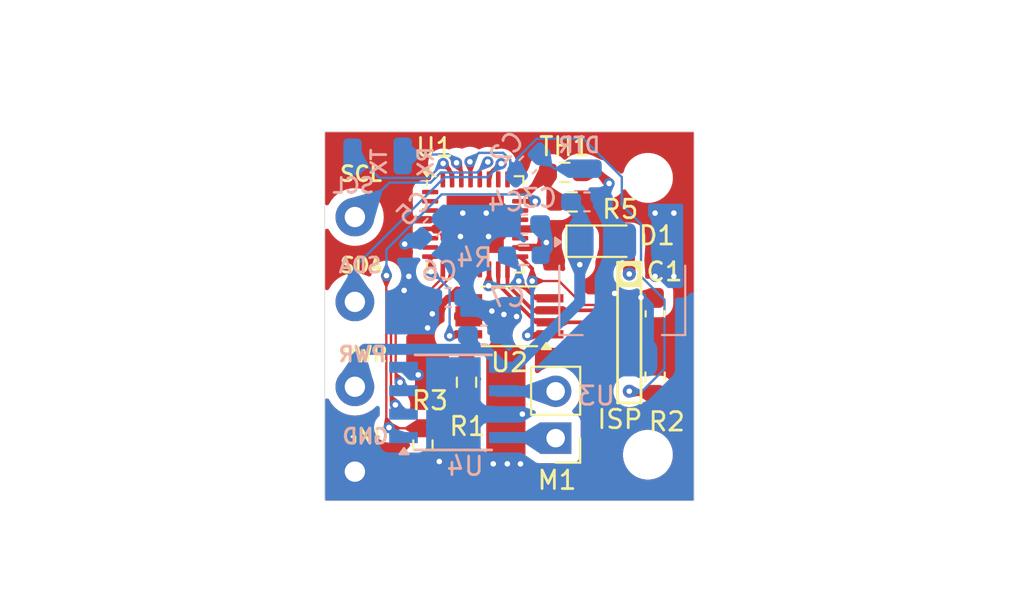
<source format=kicad_pcb>
(kicad_pcb (version 20240108) (generator "pcbnew") (generator_version "8.0")
  (title_block (rev "1"))
  (layers (0 "F.Cu" signal "Front") (31 "B.Cu" signal "Back") (34 "B.Paste" user) (35 "F.Paste" user) (36 "B.SilkS" user "B.Silkscreen") (37 "F.SilkS" user "F.Silkscreen") (38 "B.Mask" user) (39 "F.Mask" user) (44 "Edge.Cuts" user))
  (net 0 "")
  (net 1 "+48V")
  (net 2 "Net-(M1-+)")
  (net 3 "Net-(M1--)")
  (net 6 "/MOSI")
  (net 8 "/RESET")
  (net 9 "/I_{PROPI}")
  (net 10 "/MISO")
  (net 11 "+3.3V")
  (net 14 "/THERM")
  (net 15 "/IN1")
  (net 17 "/CS")
  (net 18 "/IN2")
  (net 19 "/~{ALERT}")
  (net 20 "GND")
  (net 21 "Net-(D1-A)")
  (net 22 "/SCL")
  (net 23 "/SDA")
  (net 26 "/RX")
  (net 27 "/TX")
  (net 28 "/SCK")
  (net 34 "Net-(J4-Pin_1)")
  (footprint "Resistor_SMD:R_0603_1608Metric_Pad0.98x0.95mm_HandSolder" (layer "F.Cu") (at 115.4 80.8 180)
    (property "Reference" "R5" (at -2.6 -0.4 180) (layer "F.SilkS"))
    (property "Value" "50k")
    (fp_line (start -0.254724 0.5225) (end 0.254724 0.5225) (stroke (width 0.12)) (layer "F.SilkS"))
    (fp_line (start -0.254724 -0.5225) (end 0.254724 -0.5225) (stroke (width 0.12)) (layer "F.SilkS"))
    (pad "1" smd roundrect (at -0.9125 0 180) (size 0.975 0.95) (layers "F.Cu" "F.Paste" "F.Mask") (net 11 "+3.3V"))
    (pad "2" smd roundrect (at 0.9125 0 180) (size 0.975 0.95) (layers "F.Cu" "F.Paste" "F.Mask") (net 14 "/THERM"))
  )
  (footprint "ISP:POGO_ISP" (layer "F.Cu") (at 118.491 87.884 90)
    (property "Reference" "J1" (hide yes))
    (property "Value" "ICSP" (hide yes))
    (fp_line (start 3.81 -0.635) (end 3.81 0.635) (stroke (width 0.15)) (layer "F.SilkS"))
    (fp_line (start -3.81 -0.635) (end 3.81 -0.635) (stroke (width 0.15)) (layer "F.SilkS"))
    (fp_line (start 3.683 -0.508) (end 3.683 0.508) (stroke (width 0.15)) (layer "F.SilkS"))
    (fp_line (start 2.667 -0.508) (end 2.667 0.508) (stroke (width 0.15)) (layer "F.SilkS"))
    (fp_line (start 2.54 -0.508) (end 3.683 -0.508) (stroke (width 0.15)) (layer "F.SilkS"))
    (fp_line (start 3.683 0.508) (end 2.54 0.508) (stroke (width 0.15)) (layer "F.SilkS"))
    (fp_line (start 2.54 0.508) (end 2.54 -0.508) (stroke (width 0.15)) (layer "F.SilkS"))
    (fp_line (start 3.81 0.635) (end -3.81 0.635) (stroke (width 0.15)) (layer "F.SilkS"))
    (fp_line (start -3.81 0.635) (end -3.81 -0.635) (stroke (width 0.15)) (layer "F.SilkS"))
    (fp_circle (center 3.175 0) (end 3.556 0.381) (stroke (width 0.15)) (fill none) (layer "F.SilkS"))
    (fp_text user "ISP" (at -4.699 -0.508 180) (layer "F.SilkS"))
    (pad "1" smd rect (at -0.635 0 90) (size 0.7 0.7) (layers "F.Cu" "F.Mask") (net 10 "/MISO"))
    (pad "2" thru_hole circle (at 3.175 0 90) (size 0.7048 0.7048) (drill 0.3) (layers "*.Cu" "*.Mask") (net 21 "Net-(D1-A)"))
    (pad "3" smd rect (at 0.635 0 90) (size 0.7 0.7) (layers "F.Cu" "F.Mask") (net 28 "/SCK"))
    (pad "4" smd rect (at -1.905 0 90) (size 0.7 0.7) (layers "F.Cu" "F.Mask") (net 6 "/MOSI"))
    (pad "5" thru_hole circle (at -3.175 0 90) (size 0.7048 0.7048) (drill 0.3) (layers "*.Cu" "*.Mask") (net 8 "/RESET"))
    (pad "6" smd rect (at 1.905 0 90) (size 0.7 0.7) (layers "F.Cu" "F.Mask") (net 20 "GND"))
  )
  (footprint "Resistor_SMD:R_0603_1608Metric_Pad0.98x0.95mm_HandSolder" (layer "F.Cu") (at 109.6772 90.5764 90)
    (property "Reference" "R1" (at -2.3876 0.0508 180) (layer "F.SilkS"))
    (property "Value" "10k")
    (fp_line (start -0.254724 -0.5225) (end 0.254724 -0.5225) (stroke (width 0.12)) (layer "F.SilkS"))
    (fp_line (start -0.254724 0.5225) (end 0.254724 0.5225) (stroke (width 0.12)) (layer "F.SilkS"))
    (pad "1" smd roundrect (at -0.9125 0 90) (size 0.975 0.95) (layers "F.Cu" "F.Paste" "F.Mask") (net 11 "+3.3V"))
    (pad "2" smd roundrect (at 0.9125 0 90) (size 0.975 0.95) (layers "F.Cu" "F.Paste" "F.Mask") (net 19 "/~{ALERT}"))
  )
  (footprint "MountingHole:MountingHole_2.2mm_M2" (layer "F.Cu") (at 119.5 79.5)
    (property "Reference" "H1" (hide yes))
    (property "Value" "MountingHole" (hide yes))
    (pad "" np_thru_hole circle (at 0 0) (size 2.2 2.2) (drill 2.2) (layers "*.Cu" "*.Mask"))
  )
  (footprint "Connector_PinHeader_2.54mm:PinHeader_1x02_P2.54mm_Vertical" (layer "F.Cu") (at 114.5032 93.604 180)
    (property "Reference" "M1" (at -0.0734 -2.2752 180) (layer "F.SilkS"))
    (property "Value" "Motor_DC" (hide yes))
    (fp_line (start 1.33 1.27) (end 1.33 3.87) (stroke (width 0.12)) (layer "F.SilkS"))
    (fp_line (start -1.33 3.87) (end 1.33 3.87) (stroke (width 0.12)) (layer "F.SilkS"))
    (fp_line (start -1.33 1.27) (end 1.33 1.27) (stroke (width 0.12)) (layer "F.SilkS"))
    (fp_line (start -1.33 1.27) (end -1.33 3.87) (stroke (width 0.12)) (layer "F.SilkS"))
    (fp_line (start -1.33 0) (end -1.33 -1.33) (stroke (width 0.12)) (layer "F.SilkS"))
    (fp_line (start -1.33 -1.33) (end 0 -1.33) (stroke (width 0.12)) (layer "F.SilkS"))
    (pad "1" thru_hole rect (at 0 0 180) (size 1.7 1.7) (drill 1) (layers "*.Cu" "*.Mask") (net 2 "Net-(M1-+)"))
    (pad "2" thru_hole oval (at 0 2.54 180) (size 1.7 1.7) (drill 1) (layers "*.Cu" "*.Mask") (net 3 "Net-(M1--)"))
  )
  (footprint "Diode_SMD:D_SOD-323_HandSoldering" (layer "F.Cu") (at 117.094 82.931)
    (property "Reference" "D1" (at 2.8956 -0.3048 0) (layer "F.SilkS"))
    (property "Value" "D")
    (fp_line (start -2.01 -0.85) (end -2.01 0.85) (stroke (width 0.12)) (layer "F.SilkS"))
    (fp_line (start -2.01 -0.85) (end 1.25 -0.85) (stroke (width 0.12)) (layer "F.SilkS"))
    (fp_line (start -2.01 0.85) (end 1.25 0.85) (stroke (width 0.12)) (layer "F.SilkS"))
    (pad "1" smd roundrect (at -1.25 0) (size 1 1) (layers "F.Cu" "F.Paste" "F.Mask") (net 1 "+48V"))
    (pad "2" smd roundrect (at 1.25 0) (size 1 1) (layers "F.Cu" "F.Paste" "F.Mask") (net 21 "Net-(D1-A)"))
  )
  (footprint "Package_SO:VSSOP-8_3.0x3.0mm_P0.65mm" (layer "F.Cu") (at 112 87 180)
    (property "Reference" "U2" (at 0 -2.5 180) (layer "F.SilkS"))
    (property "Value" "TMAG5170-Q1")
    (fp_line (start 1.5 1.62) (end -1.5 1.62) (stroke (width 0.12)) (layer "F.SilkS"))
    (fp_line (start 1.5 -1.62) (end -1.5 -1.62) (stroke (width 0.12)) (layer "F.SilkS"))
    (fp_poly (pts (xy -2 -1.45) (xy -2.24 -1.78) (xy -1.76 -1.78) (xy -2 -1.45)) (stroke (width 0.12)) (fill solid) (layer "F.SilkS"))
    (pad "1" smd rect (at -2.2 -0.975 90) (size 0.45 1.45) (layers "F.Cu" "F.Paste" "F.Mask") (net 28 "/SCK"))
    (pad "2" smd rect (at -2.2 -0.325 90) (size 0.45 1.45) (layers "F.Cu" "F.Paste" "F.Mask") (net 6 "/MOSI"))
    (pad "3" smd rect (at -2.2 0.325 90) (size 0.45 1.45) (layers "F.Cu" "F.Paste" "F.Mask") (net 10 "/MISO"))
    (pad "4" smd rect (at -2.2 0.975 90) (size 0.45 1.45) (layers "F.Cu" "F.Paste" "F.Mask") (net 17 "/CS"))
    (pad "5" smd rect (at 2.2 0.975 90) (size 0.45 1.45) (layers "F.Cu" "F.Paste" "F.Mask") (net 11 "+3.3V"))
    (pad "6" smd rect (at 2.2 0.325 90) (size 0.45 1.45) (layers "F.Cu" "F.Paste" "F.Mask") (net 20 "GND"))
    (pad "7" smd rect (at 2.2 -0.325 90) (size 0.45 1.45) (layers "F.Cu" "F.Paste" "F.Mask") (net 20 "GND"))
    (pad "8" smd rect (at 2.2 -0.975 90) (size 0.45 1.45) (layers "F.Cu" "F.Paste" "F.Mask") (net 19 "/~{ALERT}"))
  )
  (footprint "Resistor_SMD:R_0603_1608Metric_Pad0.98x0.95mm_HandSolder" (layer "F.Cu") (at 119.888 90.297 -90)
    (property "Reference" "R2" (at 2.413 -0.635 180) (layer "F.SilkS"))
    (property "Value" "50k")
    (fp_line (start -0.254724 0.5225) (end 0.254724 0.5225) (stroke (width 0.12)) (layer "F.SilkS"))
    (fp_line (start -0.254724 -0.5225) (end 0.254724 -0.5225) (stroke (width 0.12)) (layer "F.SilkS"))
    (pad "1" smd roundrect (at -0.9125 0 270) (size 0.975 0.95) (layers "F.Cu" "F.Paste" "F.Mask") (net 11 "+3.3V"))
    (pad "2" smd roundrect (at 0.9125 0 270) (size 0.975 0.95) (layers "F.Cu" "F.Paste" "F.Mask") (net 8 "/RESET"))
  )
  (footprint "Package_DFN_QFN:QFN-32-1EP_5x5mm_P0.5mm_EP3.1x3.1mm" (layer "F.Cu") (at 110.1458 82.0175)
    (property "Reference" "U1" (at -2.1958 -4.1665 0) (layer "F.SilkS"))
    (property "Value" "ATmega328PB-M")
    (fp_line (start -2.61 -2.135) (end -2.61 -2.37) (stroke (width 0.12)) (layer "F.SilkS"))
    (fp_line (start -2.61 2.61) (end -2.61 2.135) (stroke (width 0.12)) (layer "F.SilkS"))
    (fp_line (start -2.135 -2.61) (end -2.31 -2.61) (stroke (width 0.12)) (layer "F.SilkS"))
    (fp_line (start -2.135 2.61) (end -2.61 2.61) (stroke (width 0.12)) (layer "F.SilkS"))
    (fp_line (start 2.135 -2.61) (end 2.61 -2.61) (stroke (width 0.12)) (layer "F.SilkS"))
    (fp_line (start 2.135 2.61) (end 2.61 2.61) (stroke (width 0.12)) (layer "F.SilkS"))
    (fp_line (start 2.61 -2.61) (end 2.61 -2.135) (stroke (width 0.12)) (layer "F.SilkS"))
    (fp_line (start 2.61 2.61) (end 2.61 2.135) (stroke (width 0.12)) (layer "F.SilkS"))
    (fp_poly (pts (xy -2.61 -2.61) (xy -2.85 -2.94) (xy -2.37 -2.94) (xy -2.61 -2.61)) (stroke (width 0.12)) (fill solid) (layer "F.SilkS"))
    (pad "1" smd roundrect (at -2.4375 -1.75) (size 0.875 0.25) (layers "F.Cu" "F.Paste" "F.Mask"))
    (pad "2" smd roundrect (at -2.4375 -1.25) (size 0.875 0.25) (layers "F.Cu" "F.Paste" "F.Mask"))
    (pad "3" smd roundrect (at -2.4375 -0.75) (size 0.875 0.25) (layers "F.Cu" "F.Paste" "F.Mask"))
    (pad "4" smd roundrect (at -2.4375 -0.25) (size 0.875 0.25) (layers "F.Cu" "F.Paste" "F.Mask") (net 11 "+3.3V"))
    (pad "5" smd roundrect (at -2.4375 0.25) (size 0.875 0.25) (layers "F.Cu" "F.Paste" "F.Mask") (net 20 "GND"))
    (pad "6" smd roundrect (at -2.4375 0.75) (size 0.875 0.25) (layers "F.Cu" "F.Paste" "F.Mask"))
    (pad "7" smd roundrect (at -2.4375 1.25) (size 0.875 0.25) (layers "F.Cu" "F.Paste" "F.Mask"))
    (pad "8" smd roundrect (at -2.4375 1.75) (size 0.875 0.25) (layers "F.Cu" "F.Paste" "F.Mask") (net 19 "/~{ALERT}"))
    (pad "9" smd roundrect (at -1.75 2.4375) (size 0.25 0.875) (layers "F.Cu" "F.Paste" "F.Mask") (net 15 "/IN1"))
    (pad "10" smd roundrect (at -1.25 2.4375) (size 0.25 0.875) (layers "F.Cu" "F.Paste" "F.Mask") (net 18 "/IN2"))
    (pad "11" smd roundrect (at -0.75 2.4375) (size 0.25 0.875) (layers "F.Cu" "F.Paste" "F.Mask"))
    (pad "12" smd roundrect (at -0.25 2.4375) (size 0.25 0.875) (layers "F.Cu" "F.Paste" "F.Mask"))
    (pad "13" smd roundrect (at 0.25 2.4375) (size 0.25 0.875) (layers "F.Cu" "F.Paste" "F.Mask"))
    (pad "14" smd roundrect (at 0.75 2.4375) (size 0.25 0.875) (layers "F.Cu" "F.Paste" "F.Mask") (net 17 "/CS"))
    (pad "15" smd roundrect (at 1.25 2.4375) (size 0.25 0.875) (layers "F.Cu" "F.Paste" "F.Mask") (net 6 "/MOSI"))
    (pad "16" smd roundrect (at 1.75 2.4375) (size 0.25 0.875) (layers "F.Cu" "F.Paste" "F.Mask") (net 10 "/MISO"))
    (pad "17" smd roundrect (at 2.4375 1.75) (size 0.875 0.25) (layers "F.Cu" "F.Paste" "F.Mask") (net 28 "/SCK"))
    (pad "18" smd roundrect (at 2.4375 1.25) (size 0.875 0.25) (layers "F.Cu" "F.Paste" "F.Mask") (net 11 "+3.3V"))
    (pad "19" smd roundrect (at 2.4375 0.75) (size 0.875 0.25) (layers "F.Cu" "F.Paste" "F.Mask"))
    (pad "20" smd roundrect (at 2.4375 0.25) (size 0.875 0.25) (layers "F.Cu" "F.Paste" "F.Mask") (net 11 "+3.3V"))
    (pad "21" smd roundrect (at 2.4375 -0.25) (size 0.875 0.25) (layers "F.Cu" "F.Paste" "F.Mask") (net 20 "GND"))
    (pad "22" smd roundrect (at 2.4375 -0.75) (size 0.875 0.25) (layers "F.Cu" "F.Paste" "F.Mask"))
    (pad "23" smd roundrect (at 2.4375 -1.25) (size 0.875 0.25) (layers "F.Cu" "F.Paste" "F.Mask") (net 9 "/I_{PROPI}"))
    (pad "24" smd roundrect (at 2.4375 -1.75) (size 0.875 0.25) (layers "F.Cu" "F.Paste" "F.Mask") (net 14 "/THERM"))
    (pad "25" smd roundrect (at 1.75 -2.4375) (size 0.25 0.875) (layers "F.Cu" "F.Paste" "F.Mask"))
    (pad "26" smd roundrect (at 1.25 -2.4375) (size 0.25 0.875) (layers "F.Cu" "F.Paste" "F.Mask"))
    (pad "27" smd roundrect (at 0.75 -2.4375) (size 0.25 0.875) (layers "F.Cu" "F.Paste" "F.Mask") (net 23 "/SDA"))
    (pad "28" smd roundrect (at 0.25 -2.4375) (size 0.25 0.875) (layers "F.Cu" "F.Paste" "F.Mask") (net 22 "/SCL"))
    (pad "29" smd roundrect (at -0.25 -2.4375) (size 0.25 0.875) (layers "F.Cu" "F.Paste" "F.Mask") (net 8 "/RESET"))
    (pad "30" smd roundrect (at -0.75 -2.4375) (size 0.25 0.875) (layers "F.Cu" "F.Paste" "F.Mask") (net 26 "/RX"))
    (pad "31" smd roundrect (at -1.25 -2.4375) (size 0.25 0.875) (layers "F.Cu" "F.Paste" "F.Mask") (net 27 "/TX"))
    (pad "32" smd roundrect (at -1.75 -2.4375) (size 0.25 0.875) (layers "F.Cu" "F.Paste" "F.Mask"))
    (pad "33" smd rect (at 0 0) (size 3.1 3.1) (property pad_prop_heatsink) (layers "F.Cu" "F.Mask") (net 20 "GND"))
  )
  (footprint "Capacitor_SMD:C_0603_1608Metric_Pad1.08x0.95mm_HandSolder" (layer "F.Cu") (at 119.888 86.868 90)
    (property "Reference" "C1" (at 2.286 0.508 0) (layer "F.SilkS"))
    (property "Value" "1uF")
    (fp_line (start -0.146267 -0.51) (end 0.146267 -0.51) (stroke (width 0.12)) (layer "F.SilkS"))
    (fp_line (start -0.146267 0.51) (end 0.146267 0.51) (stroke (width 0.12)) (layer "F.SilkS"))
    (pad "1" smd roundrect (at -0.8625 0 90) (size 1.075 0.95) (layers "F.Cu" "F.Paste" "F.Mask") (net 11 "+3.3V"))
    (pad "2" smd roundrect (at 0.8625 0 90) (size 1.075 0.95) (layers "F.Cu" "F.Paste" "F.Mask") (net 20 "GND"))
  )
  (footprint "Resistor_SMD:R_0603_1608Metric_Pad0.98x0.95mm_HandSolder" (layer "F.Cu") (at 107.315 93.98 -90)
    (property "Reference" "R3" (at -2.413 -0.381 180) (layer "F.SilkS"))
    (property "Value" "2.7k")
    (fp_line (start -0.254724 0.5225) (end 0.254724 0.5225) (stroke (width 0.12)) (layer "F.SilkS"))
    (fp_line (start -0.254724 -0.5225) (end 0.254724 -0.5225) (stroke (width 0.12)) (layer "F.SilkS"))
    (pad "1" smd roundrect (at -0.9125 0 270) (size 0.975 0.95) (layers "F.Cu" "F.Paste" "F.Mask") (net 9 "/I_{PROPI}"))
    (pad "2" smd roundrect (at 0.9125 0 270) (size 0.975 0.95) (layers "F.Cu" "F.Paste" "F.Mask") (net 20 "GND"))
  )
  (footprint "MountingHole:MountingHole_2.2mm_M2" (layer "F.Cu") (at 119.5 94.5)
    (property "Reference" "H2" (hide yes))
    (property "Value" "MountingHole" (hide yes))
    (pad "" np_thru_hole circle (at 0 0) (size 2.2 2.2) (drill 2.2) (layers "*.Cu" "*.Mask"))
  )
  (footprint "Resistor_SMD:R_0603_1608Metric_Pad0.98x0.95mm_HandSolder" (layer "F.Cu") (at 115 79.2)
    (property "Reference" "TH1" (at 0 -1.4 0) (layer "F.SilkS"))
    (property "Value" "Thermistor_NTC")
    (fp_line (start -0.254724 -0.5225) (end 0.254724 -0.5225) (stroke (width 0.12)) (layer "F.SilkS"))
    (fp_line (start -0.254724 0.5225) (end 0.254724 0.5225) (stroke (width 0.12)) (layer "F.SilkS"))
    (pad "1" smd roundrect (at -0.9125 0) (size 0.975 0.95) (layers "F.Cu" "F.Paste" "F.Mask") (net 14 "/THERM"))
    (pad "2" smd roundrect (at 0.9125 0) (size 0.975 0.95) (layers "F.Cu" "F.Paste" "F.Mask") (net 20 "GND"))
  )
  (footprint "Capacitor_SMD:C_0603_1608Metric_Pad1.08x0.95mm_HandSolder" (layer "B.Cu") (at 108.6855 85.979 180)
    (property "Reference" "C6" (at 0.4815 1.43 180) (layer "B.SilkS") (effects (justify mirror)))
    (property "Value" "1uF")
    (fp_line (start 0.146267 0.51) (end -0.146267 0.51) (stroke (width 0.12)) (layer "B.SilkS"))
    (fp_line (start 0.146267 -0.51) (end -0.146267 -0.51) (stroke (width 0.12)) (layer "B.SilkS"))
    (pad "1" smd roundrect (at -0.8625 0 180) (size 1.075 0.95) (layers "B.Cu" "B.Paste" "B.Mask") (net 20 "GND"))
    (pad "2" smd roundrect (at 0.8625 0 180) (size 1.075 0.95) (layers "B.Cu" "B.Paste" "B.Mask") (net 11 "+3.3V"))
  )
  (footprint "Capacitor_SMD:C_0603_1608Metric_Pad1.08x0.95mm_HandSolder" (layer "B.Cu") (at 110.617 88.011)
    (property "Reference" "C7" (at 1.27 -2.032 0) (layer "B.SilkS") (effects (justify mirror)))
    (property "Value" "0.1uF")
    (fp_line (start 0.146267 -0.51) (end -0.146267 -0.51) (stroke (width 0.12)) (layer "B.SilkS"))
    (fp_line (start 0.146267 0.51) (end -0.146267 0.51) (stroke (width 0.12)) (layer "B.SilkS"))
    (pad "1" smd roundrect (at -0.8625 0) (size 1.075 0.95) (layers "B.Cu" "B.Paste" "B.Mask") (net 1 "+48V"))
    (pad "2" smd roundrect (at 0.8625 0) (size 1.075 0.95) (layers "B.Cu" "B.Paste" "B.Mask") (net 20 "GND"))
  )
  (footprint "Connector_Wire:SolderWirePad_1x01_SMD_1x2mm" (layer "B.Cu") (at 106.2228 78.3082 180)
    (property "Reference" "J2" (hide yes))
    (property "Value" "Conn_01x01")
    (pad "1" smd roundrect (at 0 0 180) (size 1 2) (layers "B.Cu" "B.Paste" "B.Mask") (net 26 "/RX"))
  )
  (footprint "Connector_Wire:SolderWirePad_1x01_SMD_1x2mm" (layer "B.Cu") (at 103.505 78.359 180)
    (property "Reference" "J3" (hide yes))
    (property "Value" "Conn_01x01")
    (pad "1" smd roundrect (at 0 0 180) (size 1 2) (layers "B.Cu" "B.Paste" "B.Mask") (net 27 "/TX"))
  )
  (footprint "Capacitor_SMD:C_0603_1608Metric_Pad1.08x0.95mm_HandSolder" (layer "B.Cu") (at 113 78.8 45)
    (property "Reference" "C2" (at -0.179605 -1.436841 45) (layer "B.SilkS") (effects (justify mirror)))
    (property "Value" "0.1uF")
    (fp_line (start 0.146267 -0.51) (end -0.146267 -0.51) (stroke (width 0.12)) (layer "B.SilkS"))
    (fp_line (start 0.146267 0.51) (end -0.146267 0.51) (stroke (width 0.12)) (layer "B.SilkS"))
    (pad "1" smd roundrect (at -0.862501 0 45) (size 1.075 0.95) (layers "B.Cu" "B.Paste" "B.Mask") (net 8 "/RESET"))
    (pad "2" smd roundrect (at 0.862501 0 45) (size 1.075 0.95) (layers "B.Cu" "B.Paste" "B.Mask") (net 34 "Net-(J4-Pin_1)"))
  )
  (footprint "Resistor_SMD:R_0603_1608Metric_Pad0.98x0.95mm_HandSolder" (layer "B.Cu") (at 112.776 83.693)
    (property "Reference" "R4" (at -2.667 0.127 0) (layer "B.SilkS") (effects (justify mirror)))
    (property "Value" "2.7k")
    (fp_line (start 0.254724 -0.5225) (end -0.254724 -0.5225) (stroke (width 0.12)) (layer "B.SilkS"))
    (fp_line (start 0.254724 0.5225) (end -0.254724 0.5225) (stroke (width 0.12)) (layer "B.SilkS"))
    (pad "1" smd roundrect (at -0.9125 0) (size 0.975 0.95) (layers "B.Cu" "B.Paste" "B.Mask") (net 17 "/CS"))
    (pad "2" smd roundrect (at 0.9125 0) (size 0.975 0.95) (layers "B.Cu" "B.Paste" "B.Mask") (net 11 "+3.3V"))
  )
  (footprint "Connector_Wire:SolderWirePad_1x01_SMD_1x2mm" (layer "B.Cu") (at 116 79 -90)
    (property "Reference" "J4" (hide yes))
    (property "Value" "Conn_01x01")
    (pad "1" smd roundrect (at 0 0 270) (size 1 2) (layers "B.Cu" "B.Paste" "B.Mask") (net 34 "Net-(J4-Pin_1)"))
  )
  (footprint "Package_SO:Texas_HSOP-8-1EP_3.9x4.9mm_P1.27mm" (layer "B.Cu") (at 108.966 91.6686)
    (property "Reference" "U4" (at 0.635 3.4544 0) (layer "B.SilkS") (effects (justify mirror)))
    (property "Value" "DRV8251ADDAR")
    (fp_line (start 2.075 -2.575) (end -2.075 -2.575) (stroke (width 0.15)) (layer "B.SilkS"))
    (fp_line (start 2.075 2.575) (end -2.075 2.575) (stroke (width 0.15)) (layer "B.SilkS"))
    (fp_poly (pts (xy -2.675 2.475) (xy -2.915 2.805) (xy -2.435 2.805) (xy -2.675 2.475)) (stroke (width 0.12)) (fill solid) (layer "B.SilkS"))
    (pad "1" smd rect (at -2.7 1.905) (size 1.55 0.6) (layers "B.Cu" "B.Paste" "B.Mask") (net 9 "/I_{PROPI}"))
    (pad "2" smd rect (at -2.7 0.635) (size 1.55 0.6) (layers "B.Cu" "B.Paste" "B.Mask") (net 15 "/IN1"))
    (pad "3" smd rect (at -2.7 -0.635) (size 1.55 0.6) (layers "B.Cu" "B.Paste" "B.Mask") (net 18 "/IN2"))
    (pad "4" smd rect (at -2.7 -1.905) (size 1.55 0.6) (layers "B.Cu" "B.Paste" "B.Mask") (net 11 "+3.3V"))
    (pad "5" smd rect (at 2.7 -1.905) (size 1.55 0.6) (layers "B.Cu" "B.Paste" "B.Mask") (net 1 "+48V"))
    (pad "6" smd rect (at 2.7 -0.635) (size 1.55 0.6) (layers "B.Cu" "B.Paste" "B.Mask") (net 3 "Net-(M1--)"))
    (pad "7" smd rect (at 2.7 0.635) (size 1.55 0.6) (layers "B.Cu" "B.Paste" "B.Mask") (net 20 "GND"))
    (pad "8" smd rect (at 2.7 1.905) (size 1.55 0.6) (layers "B.Cu" "B.Paste" "B.Mask") (net 2 "Net-(M1-+)"))
    (pad "9" smd rect (at 0 0) (size 2.95 4.9) (layers "B.Cu") (net 20 "GND"))
  )
  (footprint "Package_TO_SOT_SMD:SOT-223-3_TabPin2" (layer "B.Cu") (at 118.11 86.106 -90)
    (property "Reference" "U3" (at 5.207 1.397 180) (layer "B.SilkS") (effects (justify mirror)))
    (property "Value" "MCP1792x-3302xDB")
    (fp_line (start 1.91 3.41) (end -1.85 3.41) (stroke (width 0.12)) (layer "B.SilkS"))
    (fp_line (start 1.91 2.15) (end 1.91 3.41) (stroke (width 0.12)) (layer "B.SilkS"))
    (fp_line (start 1.91 -2.15) (end 1.91 -3.41) (stroke (width 0.12)) (layer "B.SilkS"))
    (fp_line (start 1.91 -3.41) (end -1.85 -3.41) (stroke (width 0.12)) (layer "B.SilkS"))
    (fp_poly (pts (xy -3.13 3.31) (xy -3.37 3.64) (xy -2.89 3.64) (xy -3.13 3.31)) (stroke (width 0.12)) (fill solid) (layer "B.SilkS"))
    (pad "1" smd roundrect (at -3.15 2.3 270) (size 2 1.5) (layers "B.Cu" "B.Paste" "B.Mask") (net 1 "+48V"))
    (pad "2" smd roundrect (at -3.15 0 270) (size 2 1.5) (layers "B.Cu" "B.Paste" "B.Mask") (net 20 "GND"))
    (pad "2" smd roundrect (at 3.15 0 270) (size 2 3.8) (layers "B.Cu" "B.Paste" "B.Mask") (net 20 "GND"))
    (pad "3" smd roundrect (at -3.15 -2.3 270) (size 2 1.5) (layers "B.Cu" "B.Paste" "B.Mask") (net 11 "+3.3V"))
  )
  (footprint "Connector_Wire:SolderWire-0.5sqmm_1x04_P4.6mm_D0.9mm_OD2.1mm" (layer "B.Cu") (at 103.632 95.419 90)
    (property "Reference" "J5" (hide yes))
    (property "Value" "Conn_01x04")
    (pad "1" thru_hole roundrect (at 0 0 90) (size 2.1 2.1) (drill 1.1) (layers "*.Cu" "*.Mask") (roundrect_rratio 0.119048) (net 20 "GND"))
    (pad "2" thru_hole circle (at 4.6 0 90) (size 2.1 2.1) (drill 1.1) (layers "*.Cu" "*.Mask") (net 1 "+48V"))
    (pad "3" thru_hole circle (at 9.2 0 90) (size 2.1 2.1) (drill 1.1) (layers "*.Cu" "*.Mask") (net 23 "/SDA"))
    (pad "4" thru_hole circle (at 13.8 0 90) (size 2.1 2.1) (drill 1.1) (layers "*.Cu" "*.Mask") (net 22 "/SCL"))
  )
  (footprint "Capacitor_SMD:C_0603_1608Metric_Pad1.08x0.95mm_HandSolder" (layer "B.Cu") (at 107.823 82.169 -135)
    (property "Reference" "C5" (at 0 1.43 -135) (layer "B.SilkS") (effects (justify mirror)))
    (property "Value" "1uF")
    (fp_line (start 0.146267 0.51) (end -0.146267 0.51) (stroke (width 0.12)) (layer "B.SilkS"))
    (fp_line (start 0.146267 -0.51) (end -0.146267 -0.51) (stroke (width 0.12)) (layer "B.SilkS"))
    (pad "1" smd roundrect (at -0.862501 0 225) (size 1.075 0.95) (layers "B.Cu" "B.Paste" "B.Mask") (net 20 "GND"))
    (pad "2" smd roundrect (at 0.862501 0 225) (size 1.075 0.95) (layers "B.Cu" "B.Paste" "B.Mask") (net 11 "+3.3V"))
  )
  (footprint "Capacitor_SMD:C_0603_1608Metric_Pad1.08x0.95mm_HandSolder" (layer "B.Cu") (at 116.2 80.8)
    (property "Reference" "C3" (at -2.6 -0.2 0) (layer "B.SilkS") (effects (justify mirror)))
    (property "Value" "1uF")
    (fp_line (start 0.146267 -0.51) (end -0.146267 -0.51) (stroke (width 0.12)) (layer "B.SilkS"))
    (fp_line (start 0.146267 0.51) (end -0.146267 0.51) (stroke (width 0.12)) (layer "B.SilkS"))
    (pad "1" smd roundrect (at -0.8625 0) (size 1.075 0.95) (layers "B.Cu" "B.Paste" "B.Mask") (net 1 "+48V"))
    (pad "2" smd roundrect (at 0.8625 0) (size 1.075 0.95) (layers "B.Cu" "B.Paste" "B.Mask") (net 20 "GND"))
  )
  (footprint "Capacitor_SMD:C_0603_1608Metric_Pad1.08x0.95mm_HandSolder" (layer "B.Cu") (at 112.8 82)
    (property "Reference" "C4" (at -1 -1.2 0) (layer "B.SilkS") (effects (justify mirror)))
    (property "Value" "1uF")
    (fp_line (start 0.146267 -0.51) (end -0.146267 -0.51) (stroke (width 0.12)) (layer "B.SilkS"))
    (fp_line (start 0.146267 0.51) (end -0.146267 0.51) (stroke (width 0.12)) (layer "B.SilkS"))
    (pad "1" smd roundrect (at -0.8625 0) (size 1.075 0.95) (layers "B.Cu" "B.Paste" "B.Mask") (net 20 "GND"))
    (pad "2" smd roundrect (at 0.8625 0) (size 1.075 0.95) (layers "B.Cu" "B.Paste" "B.Mask") (net 11 "+3.3V"))
  )
  (gr_rect (start 102 77) (end 122 97) (stroke (width 0.0381)) (fill none) (layer "Edge.Cuts"))
  (gr_text "SDA" (at 105.156 84.709 -0) (layer "B.SilkS") (effects (font (size 0.8128 0.8128) (thickness 0.1524) (bold yes)) (justify left bottom mirror)))
  (gr_text "RX\n" (at 107.95 77.724 90) (layer "B.SilkS") (effects (font (size 0.8128 0.8128) (thickness 0.1524) (bold yes)) (justify left bottom mirror)))
  (gr_text "SCL\n" (at 104.775 80.391 -0) (layer "B.SilkS") (effects (font (size 0.8128 0.8128) (thickness 0.1524) (bold yes)) (justify left bottom mirror)))
  (gr_text "GND" (at 105.537 93.98 -0) (layer "B.SilkS") (effects (font (size 0.8128 0.8128) (thickness 0.1524) (bold yes)) (justify left bottom mirror)))
  (gr_text "PWR" (at 105.41 89.535 -0) (layer "B.SilkS") (effects (font (size 0.8128 0.8128) (thickness 0.1524) (bold yes)) (justify left bottom mirror)))
  (gr_text "TX\n" (at 105.41 77.8256 90) (layer "B.SilkS") (effects (font (size 0.8128 0.8128) (thickness 0.1524) (bold yes)) (justify left bottom mirror)))
  (gr_text "DTR" (at 117 78.2 0) (layer "B.SilkS") (effects (font (size 0.8128 0.8128) (thickness 0.1524) (bold yes)) (justify left bottom mirror)))
  (gr_text "SCL\n" (at 102.743 79.756 0) (layer "F.SilkS") (effects (font (size 0.8128 0.8128) (thickness 0.1524) (bold yes)) (justify left bottom)))
  (gr_text "PWR" (at 102.743 89.535 0) (layer "F.SilkS") (effects (font (size 0.8128 0.8128) (thickness 0.1524) (bold yes)) (justify left bottom)))
  (gr_text "SDA" (at 102.743 84.709 0) (layer "F.SilkS") (effects (font (size 0.8128 0.8128) (thickness 0.1524) (bold yes)) (justify left bottom)))
  (gr_text "GND" (at 102.87 93.98 0) (layer "F.SilkS") (effects (font (size 0.8128 0.8128) (thickness 0.1524) (bold yes)) (justify left bottom)))
  (segment (start 115.844 84.167) (end 115.81 84.201) (width 0.6) (layer "F.Cu") (net 1))
  (segment (start 115.844 82.931) (end 115.844 84.167) (width 0.6) (layer "F.Cu") (net 1))
  (via (at 115.81 84.201) (size 0.6) (drill 0.3) (layers "F.Cu" "B.Cu") (net 1))
  (segment (start 115.81 81.2725) (end 115.3375 80.8) (width 0.6) (layer "B.Cu") (net 1))
  (segment (start 110.694 88.7916) (end 111.666 89.7636) (width 0.6) (layer "B.Cu") (net 1))
  (segment (start 104.174476 88.7916) (end 110.3308 88.7916) (width 0.6) (layer "B.Cu") (net 1))
  (segment (start 115.81 84.201) (end 115.81 82.956) (width 0.6) (layer "B.Cu") (net 1))
  (segment (start 112.280134 89.7636) (end 115.81 86.233734) (width 0.6) (layer "B.Cu") (net 1))
  (segment (start 103.632 90.819) (end 103.632 89.334076) (width 0.6) (layer "B.Cu") (net 1))
  (segment (start 110.3308 88.7916) (end 110.694 88.7916) (width 0.6) (layer "B.Cu") (net 1))
  (segment (start 103.632 89.334076) (end 104.174476 88.7916) (width 0.6) (layer "B.Cu") (net 1))
  (segment (start 115.81 86.233734) (end 115.81 84.201) (width 0.6) (layer "B.Cu") (net 1))
  (segment (start 111.3028 89.7636) (end 112.280134 89.7636) (width 0.6) (layer "B.Cu") (net 1))
  (segment (start 109.7545 88.2153) (end 110.3308 88.7916) (width 0.6) (layer "B.Cu") (net 1))
  (segment (start 109.7545 88.011) (end 109.7545 88.2153) (width 0.6) (layer "B.Cu") (net 1))
  (segment (start 115.81 82.956) (end 115.81 81.2725) (width 0.6) (layer "B.Cu") (net 1))
  (segment (start 111.3028 93.5736) (end 114.4728 93.5736) (width 0.6) (layer "B.Cu") (net 2))
  (segment (start 114.4728 93.5736) (end 114.5032 93.604) (width 0.6) (layer "B.Cu") (net 2))
  (segment (start 114.5032 91.064) (end 111.3332 91.064) (width 0.6) (layer "B.Cu") (net 3))
  (segment (start 111.3958 85.2748) (end 113.446 87.325) (width 0.2) (layer "F.Cu") (net 6))
  (segment (start 111.3958 84.455) (end 111.3958 85.2748) (width 0.2) (layer "F.Cu") (net 6))
  (segment (start 113.446 87.325) (end 114.2 87.325) (width 0.2) (layer "F.Cu") (net 6))
  (segment (start 114.2 87.325) (end 116.027 87.325) (width 0.2) (layer "F.Cu") (net 6))
  (segment (start 116.027 87.325) (end 118.491 89.789) (width 0.2) (layer "F.Cu") (net 6))
  (segment (start 118.6415 91.2095) (end 118.491 91.059) (width 0.127) (layer "F.Cu") (net 8))
  (segment (start 119.888 91.2095) (end 118.6415 91.2095) (width 0.127) (layer "F.Cu") (net 8))
  (segment (start 109.8958 78.659096) (end 109.8958 79.2603) (width 0.127) (layer "F.Cu") (net 8))
  (segment (start 109.861664 78.62496) (end 109.8958 78.659096) (width 0.127) (layer "F.Cu") (net 8))
  (via (at 109.861664 78.62496) (size 0.6) (drill 0.3) (layers "F.Cu" "B.Cu") (net 8))
  (segment (start 119.190788 91.059) (end 120.396 89.853788) (width 0.127) (layer "B.Cu") (net 8))
  (segment (start 112.043716 78.521618) (end 111.664226 78.142128) (width 0.127) (layer "B.Cu") (net 8))
  (segment (start 112.39012 79.40988) (end 112.043716 79.063476) (width 0.127) (layer "B.Cu") (net 8))
  (segment (start 111.664226 78.142128) (end 110.344496 78.142128) (width 0.127) (layer "B.Cu") (net 8))
  (segment (start 110.344496 78.142128) (end 109.861664 78.62496) (width 0.127) (layer "B.Cu") (net 8))
  (segment (start 120.396 86.106) (end 119.126 84.836) (width 0.127) (layer "B.Cu") (net 8))
  (segment (start 112.043716 79.063476) (end 112.043716 78.521618) (width 0.127) (layer "B.Cu") (net 8))
  (segment (start 112.39012 78.468722) (end 113.481445 77.377397) (width 0.127) (layer "B.Cu") (net 8))
  (segment (start 116.007285 77.377397) (end 118.0865 79.456612) (width 0.127) (layer "B.Cu") (net 8))
  (segment (start 118.0865 80.9605) (end 119.126 82) (width 0.127) (layer "B.Cu") (net 8))
  (segment (start 118.0865 79.456612) (end 118.0865 80.9605) (width 0.127) (layer "B.Cu") (net 8))
  (segment (start 120.396 89.853788) (end 120.396 86.106) (width 0.127) (layer "B.Cu") (net 8))
  (segment (start 112.39012 79.40988) (end 112.39012 78.468722) (width 0.127) (layer "B.Cu") (net 8))
  (segment (start 118.491 91.059) (end 119.190788 91.059) (width 0.127) (layer "B.Cu") (net 8))
  (segment (start 119.126 82) (end 119.126 84.836) (width 0.127) (layer "B.Cu") (net 8))
  (segment (start 113.481445 77.377397) (end 116.007285 77.377397) (width 0.127) (layer "B.Cu") (net 8))
  (segment (start 105.478296 93.030413) (end 105.3338 92.885917) (width 0.127) (layer "F.Cu") (net 9))
  (segment (start 105.3338 84.800972) (end 105.341686 84.793086) (width 0.127) (layer "F.Cu") (net 9))
  (segment (start 105.478296 93.030413) (end 105.515383 93.0675) (width 0.127) (layer "F.Cu") (net 9))
  (segment (start 113.4 80.7675) (end 112.5833 80.7675) (width 0.127) (layer "F.Cu") (net 9))
  (segment (start 105.3338 92.885917) (end 105.3338 84.800972) (width 0.127) (layer "F.Cu") (net 9))
  (segment (start 105.515383 93.0675) (end 107.315 93.0675) (width 0.127) (layer "F.Cu") (net 9))
  (via (at 105.341686 84.793086) (size 0.6) (drill 0.3) (layers "F.Cu" "B.Cu") (net 9))
  (via (at 113.4 80.7675) (size 0.6) (drill 0.3) (layers "F.Cu" "B.Cu") (net 9))
  (via (at 105.478296 93.030413) (size 0.6) (drill 0.3) (layers "F.Cu" "B.Cu") (net 9))
  (segment (start 105.341686 83.380314) (end 105.341686 84.793086) (width 0.127) (layer "B.Cu") (net 9))
  (segment (start 105.9028 93.5736) (end 106.1485 93.8193) (width 0.127) (layer "B.Cu") (net 9))
  (segment (start 105.9028 93.454917) (end 105.9028 93.5736) (width 0.127) (layer "B.Cu") (net 9))
  (segment (start 105.478296 93.030413) (end 105.9028 93.454917) (width 0.127) (layer "B.Cu") (net 9))
  (segment (start 108.331 80.391) (end 105.341686 83.380314) (width 0.127) (layer "B.Cu") (net 9))
  (segment (start 113.4 80.7675) (end 113.0235 80.391) (width 0.127) (layer "B.Cu") (net 9))
  (segment (start 113.0235 80.391) (end 108.331 80.391) (width 0.127) (layer "B.Cu") (net 9))
  (segment (start 111.8958 84.455) (end 111.8958 85.2958) (width 0.2) (layer "F.Cu") (net 10))
  (segment (start 116.763 86.675) (end 118.491 88.403) (width 0.2) (layer "F.Cu") (net 10))
  (segment (start 114.2 86.675) (end 116.763 86.675) (width 0.2) (layer "F.Cu") (net 10))
  (segment (start 113.275 86.675) (end 114.2 86.675) (width 0.2) (layer "F.Cu") (net 10))
  (segment (start 118.491 88.403) (end 118.491 88.519) (width 0.2) (layer "F.Cu") (net 10))
  (segment (start 111.8958 85.2228) (end 111.8958 84.1353) (width 0.127) (layer "F.Cu") (net 10))
  (segment (start 111.8958 85.2958) (end 113.275 86.675) (width 0.2) (layer "F.Cu") (net 10))
  (segment (start 107.7083 81.7675) (end 106.0655 81.7675) (width 0.4) (layer "F.Cu") (net 11))
  (segment (start 108.413337 90.175037) (end 109.6772 91.4389) (width 0.6) (layer "F.Cu") (net 11))
  (segment (start 108.675 86.025) (end 107.832 86.868) (width 0.4) (layer "F.Cu") (net 11))
  (segment (start 107.063998 90.175037) (end 107.569 90.175037) (width 0.6) (layer "F.Cu") (net 11))
  (segment (start 112.5833 82.2675) (end 113.8905 82.2675) (width 0.4) (layer "F.Cu") (net 11))
  (segment (start 106.0655 81.7675) (end 106.045 81.788) (width 0.4) (layer "F.Cu") (net 11))
  (segment (start 107.569 87.63) (end 107.569 87.131) (width 0.4) (layer "F.Cu") (net 11))
  (segment (start 107.832 86.868) (end 107.823 86.868) (width 0.4) (layer "F.Cu") (net 11))
  (segment (start 113.7475 83.2675) (end 113.792 83.312) (width 0.4) (layer "F.Cu") (net 11))
  (segment (start 107.823 86.877) (end 107.823 86.868) (width 0.4) (layer "F.Cu") (net 11))
  (segment (start 107.569 87.131) (end 107.823 86.877) (width 0.4) (layer "F.Cu") (net 11))
  (segment (start 107.569 90.175037) (end 108.413337 90.175037) (width 0.6) (layer "F.Cu") (net 11))
  (segment (start 112.5833 83.2675) (end 113.7475 83.2675) (width 0.4) (layer "F.Cu") (net 11))
  (segment (start 109.8 86.025) (end 108.675 86.025) (width 0.4) (layer "F.Cu") (net 11))
  (segment (start 107.569 87.63) (end 107.569 90.175037) (width 0.4) (layer "F.Cu") (net 11))
  (via (at 106.328336 83.087336) (size 0.6) (drill 0.3) (layers "F.Cu" "B.Cu") (net 11))
  (via (at 119.888 81.407) (size 0.6) (drill 0.3) (layers "F.Cu" "B.Cu") (net 11))
  (via (at 119.888 84.836) (size 0.6) (drill 0.3) (layers "F.Cu" "B.Cu") (net 11))
  (via (at 114 83) (size 0.6) (drill 0.3) (layers "F.Cu" "B.Cu") (net 11))
  (via (at 107.569 87.63) (size 0.6) (drill 0.3) (layers "F.Cu" "B.Cu") (net 11))
  (via (at 107.063998 90.175037) (size 0.6) (drill 0.3) (layers "F.Cu" "B.Cu") (net 11))
  (via (at 106.553 84.836) (size 0.6) (drill 0.3) (layers "F.Cu" "B.Cu") (net 11))
  (via (at 107.823 86.868) (size 0.6) (drill 0.3) (layers "F.Cu" "B.Cu") (net 11))
  (via (at 120.904 81.407) (size 0.6) (drill 0.3) (layers "F.Cu" "B.Cu") (net 11))
  (via (at 120.904 84.836) (size 0.6) (drill 0.3) (layers "F.Cu" "B.Cu") (net 11))
  (via (at 106.299 85.598) (size 0.6) (drill 0.3) (layers "F.Cu" "B.Cu") (net 11))
  (segment (start 107.21312 82.77888) (end 106.636792 82.77888) (width 0.6) (layer "B.Cu") (net 11))
  (segment (start 114.046 82.954) (end 114 83) (width 0.6) (layer "B.Cu") (net 11))
  (segment (start 113.538 82.296) (end 114.046 82.804) (width 0.6) (layer "B.Cu") (net 11))
  (segment (start 114.046 82.804) (end 114.046 82.954) (width 0.6) (layer "B.Cu") (net 11))
  (segment (start 106.636792 82.77888) (end 106.328336 83.087336) (width 0.6) (layer "B.Cu") (net 11))
  (segment (start 114 83) (end 114.046 83.046) (width 0.6) (layer "B.Cu") (net 11))
  (segment (start 114.046 83.046) (end 114.046 83.3355) (width 0.6) (layer "B.Cu") (net 11))
  (segment (start 113.538 81.915) (end 113.538 82.296) (width 0.6) (layer "B.Cu") (net 11))
  (segment (start 114.046 83.3355) (end 113.6885 83.693) (width 0.6) (layer "B.Cu") (net 11))
  (segment (start 106.700798 90.175037) (end 106.289361 89.7636) (width 0.6) (layer "B.Cu") (net 11))
  (segment (start 107.063998 90.175037) (end 106.700798 90.175037) (width 0.6) (layer "B.Cu") (net 11))
  (segment (start 114.0875 80.4) (end 114.4875 80.8) (width 0.127) (layer "F.Cu") (net 14))
  (segment (start 114.0875 79.2) (end 114.0875 80.4) (width 0.127) (layer "F.Cu") (net 14))
  (segment (start 113.6508 79.2) (end 114.0875 79.2) (width 0.127) (layer "F.Cu") (net 14))
  (segment (start 112.5833 80.2675) (end 113.02 80.2675) (width 0.4) (layer "F.Cu") (net 14))
  (segment (start 113.02 80.2675) (end 114.0875 79.2) (width 0.4) (layer "F.Cu") (net 14))
  (segment (start 105.8243 91.8) (end 105.5878 91.5635) (width 0.127) (layer "F.Cu") (net 15))
  (segment (start 105.5878 87.700499) (end 108.3958 84.892499) (width 0.127) (layer "F.Cu") (net 15))
  (segment (start 108.3958 84.892499) (end 108.3958 84.455) (width 0.127) (layer "F.Cu") (net 15))
  (segment (start 105.5878 91.5635) (end 105.5878 87.700499) (width 0.127) (layer "F.Cu") (net 15))
  (via (at 105.8243 91.8) (size 0.6) (drill 0.3) (layers "F.Cu" "B.Cu") (net 15))
  (segment (start 106.266 92.2417) (end 106.266 92.3036) (width 0.4) (layer "B.Cu") (net 15))
  (segment (start 105.8243 91.8) (end 106.266 92.2417) (width 0.4) (layer "B.Cu") (net 15))
  (segment (start 113.422909 86.025) (end 114.2 86.025) (width 0.2) (layer "F.Cu") (net 17))
  (segment (start 112.506197 85.09) (end 112.506197 85.108288) (width 0.2) (layer "F.Cu") (net 17))
  (segment (start 110.8958 84.455) (end 110.8958 85.3192) (width 0.2) (layer "F.Cu") (net 17))
  (segment (start 110.8958 85.3192) (end 110.871 85.344) (width 0.2) (layer "F.Cu") (net 17))
  (segment (start 112.506197 85.108288) (end 113.422909 86.025) (width 0.2) (layer "F.Cu") (net 17))
  (via (at 112.506197 85.09) (size 0.6) (drill 0.3) (layers "F.Cu" "B.Cu") (net 17))
  (via (at 110.871 85.344) (size 0.6) (drill 0.3) (layers "F.Cu" "B.Cu") (net 17))
  (segment (start 110.871 85.344) (end 112.252197 85.344) (width 0.2) (layer "B.Cu") (net 17))
  (segment (start 112.506197 85.09) (end 112.506197 84.335697) (width 0.2) (layer "B.Cu") (net 17))
  (segment (start 112.252197 85.344) (end 112.506197 85.09) (width 0.2) (layer "B.Cu") (net 17))
  (segment (start 112.506197 84.335697) (end 111.8635 83.693) (width 0.2) (layer "B.Cu") (net 17))
  (segment (start 105.8418 87.8332) (end 108.8958 84.7792) (width 0.127) (layer "F.Cu") (net 18))
  (segment (start 105.8418 90.343157) (end 105.8418 87.8332) (width 0.127) (layer "F.Cu") (net 18))
  (segment (start 108.8958 84.7792) (end 108.8958 84.455) (width 0.127) (layer "F.Cu") (net 18))
  (segment (start 106.0783 90.579657) (end 105.8418 90.343157) (width 0.127) (layer "F.Cu") (net 18))
  (via (at 106.0783 90.579657) (size 0.6) (drill 0.3) (layers "F.Cu" "B.Cu") (net 18))
  (segment (start 106.266 90.767357) (end 106.0783 90.579657) (width 0.4) (layer "B.Cu") (net 18))
  (segment (start 106.266 91.0336) (end 106.266 90.767357) (width 0.4) (layer "B.Cu") (net 18))
  (segment (start 109.6799 88.0951) (end 109.8 87.975) (width 0.127) (layer "F.Cu") (net 19))
  (segment (start 108.8496 87.975) (end 108.7628 88.0618) (width 0.127) (layer "F.Cu") (net 19))
  (segment (start 109.8 87.975) (end 108.8496 87.975) (width 0.127) (layer "F.Cu") (net 19))
  (segment (start 109.6772 88.0978) (end 109.8 87.975) (width 0.127) (layer "F.Cu") (net 19))
  (segment (start 107.7468 83.806) (end 107.7083 83.7675) (width 0.127) (layer "F.Cu") (net 19))
  (segment (start 109.6772 89.6639) (end 109.6772 88.0998) (width 0.6) (layer "F.Cu") (net 19))
  (segment (start 107.7468 84.582) (end 107.7468 83.806) (width 0.127) (layer "F.Cu") (net 19))
  (segment (start 109.6772 88.0998) (end 109.8 87.977) (width 0.6) (layer "F.Cu") (net 19))
  (via (at 108.7628 88.0618) (size 0.6) (drill 0.3) (layers "F.Cu" "B.Cu") (net 19))
  (via (at 107.7468 84.582) (size 0.6) (drill 0.3) (layers "F.Cu" "B.Cu") (net 19))
  (segment (start 108.7628 85.5218) (end 108.7628 88.0618) (width 0.127) (layer "B.Cu") (net 19))
  (segment (start 107.823 84.582) (end 108.7628 85.5218) (width 0.127) (layer "B.Cu") (net 19))
  (segment (start 107.7468 84.582) (end 107.823 84.582) (width 0.127) (layer "B.Cu") (net 19))
  (segment (start 119.8615 85.979) (end 119.888 86.0055) (width 0.6) (layer "F.Cu") (net 20))
  (segment (start 107.315 94.8925) (end 108.1805 94.8925) (width 0.127) (layer "F.Cu") (net 20))
  (segment (start 109.8 86.675) (end 109.8 87.325) (width 0.4) (layer "F.Cu") (net 20))
  (segment (start 109.4709 82.2675) (end 109.5248 82.3214) (width 0.127) (layer "F.Cu") (net 20))
  (segment (start 110.3958 81.7675) (end 110.1458 82.0175) (width 0.127) (layer "F.Cu") (net 20))
  (segment (start 112.5833 81.7675) (end 110.3958 81.7675) (width 0.127) (layer "F.Cu") (net 20))
  (segment (start 116.8 79.2) (end 117.4 79.8) (width 0.4) (layer "F.Cu") (net 20))
  (segment (start 110.744 81.407) (end 110.3958 81.7675) (width 0.127) (layer "F.Cu") (net 20))
  (segment (start 117.914672 85.979) (end 117.694836 85.759164) (width 0.6) (layer "F.Cu") (net 20))
  (segment (start 109.347 82.677) (end 109.8958 81.9478) (width 0.4) (layer "F.Cu") (net 20))
  (segment (start 118.491 85.979) (end 119.126 85.979) (width 0.6) (layer "F.Cu") (net 20))
  (segment (start 118.491 85.979) (end 117.914672 85.979) (width 0.6) (layer "F.Cu") (net 20))
  (segment (start 109.5248 82.3214) (end 109.347 82.677) (width 0.4) (layer "F.Cu") (net 20))
  (segment (start 107.7083 82.2675) (end 109.4709 82.2675) (width 0.127) (layer "F.Cu") (net 20))
  (segment (start 109.8 86.675) (end 111.0082 86.675) (width 0.4) (layer "F.Cu") (net 20))
  (segment (start 108.1805 94.8925) (end 108.204 94.869) (width 0.127) (layer "F.Cu") (net 20))
  (segment (start 111.0082 86.675) (end 111.0488 86.7156) (width 0.4) (layer "F.Cu") (net 20))
  (segment (start 118.491 85.979) (end 119.8615 85.979) (width 0.6) (layer "F.Cu") (net 20))
  (segment (start 115.9125 79.2) (end 116.8 79.2) (width 0.4) (layer "F.Cu") (net 20))
  (via (at 111.7 86.9) (size 0.6) (drill 0.3) (layers "F.Cu" "B.Cu") (net 20))
  (via (at 117.4 79.8) (size 0.6) (drill 0.3) (layers "F.Cu" "B.Cu") (net 20))
  (via (at 112.6 95) (size 0.6) (drill 0.3) (layers "F.Cu" "B.Cu") (net 20))
  (via (at 108.204 94.869) (size 0.6) (drill 0.3) (layers "F.Cu" "B.Cu") (net 20))
  (via (at 117.694836 85.759164) (size 0.6) (drill 0.3) (layers "F.Cu" "B.Cu") (net 20))
  (via (at 110.871 82.677) (size 0.6) (drill 0.3) (layers "F.Cu" "B.Cu") (net 20))
  (via (at 119.126 85.979) (size 0.6) (drill 0.3) (layers "F.Cu" "B.Cu") (net 20))
  (via (at 110.744 81.407) (size 0.6) (drill 0.3) (layers "F.Cu" "B.Cu") (net 20))
  (via (at 112.7 92.3) (size 0.6) (drill 0.3) (layers "F.Cu" "B.Cu") (net 20))
  (via (at 109.474 81.407) (size 0.6) (drill 0.3) (layers "F.Cu" "B.Cu") (net 20))
  (via (at 112.387854 87.012146) (size 0.6) (drill 0.3) (layers "F.Cu" "B.Cu") (net 20))
  (via (at 111.0488 86.7156) (size 0.6) (drill 0.3) (layers "F.Cu" "B.Cu") (net 20))
  (via (at 109.347 82.677) (size 0.6) (drill 0.3) (layers "F.Cu" "B.Cu") (net 20))
  (via (at 111.887 94.996) (size 0.6) (drill 0.3) (layers "F.Cu" "B.Cu") (net 20))
  (via (at 111.125 94.996) (size 0.6) (drill 0.3) (layers "F.Cu" "B.Cu") (net 20))
  (segment (start 112.1 92.3) (end 109.2714 92.3) (width 0.6) (layer "B.Cu") (net 20))
  (segment (start 109.2714 92.3) (end 109.2528 92.3186) (width 0.6) (layer "B.Cu") (net 20))
  (segment (start 112.7 92.3) (end 112.1 92.3) (width 0.6) (layer "B.Cu") (net 20))
  (segment (start 117.4 79.8) (end 117.4 80.4625) (width 0.127) (layer "B.Cu") (net 20))
  (segment (start 112.7 92.3) (end 112.6964 92.3036) (width 0.6) (layer "B.Cu") (net 20))
  (segment (start 117.4 80.4625) (end 117.0625 80.8) (width 0.127) (layer "B.Cu") (net 20))
  (segment (start 112.6964 92.3036) (end 111.3028 92.3036) (width 0.6) (layer "B.Cu") (net 20))
  (segment (start 118.491 83.078) (end 118.344 82.931) (width 0.6) (layer "F.Cu") (net 21))
  (segment (start 118.491 84.709) (end 118.491 83.078) (width 0.6) (layer "F.Cu") (net 21))
  (segment (start 110.8298 78.632628) (end 110.3958 79.066628) (width 0.127) (layer "F.Cu") (net 22))
  (segment (start 110.3958 79.066628) (end 110.3958 79.2603) (width 0.127) (layer "F.Cu") (net 22))
  (via (at 110.8298 78.632628) (size 0.6) (drill 0.3) (layers "F.Cu" "B.Cu") (net 22))
  (segment (start 110.8298 78.632628) (end 110.256428 79.206) (width 0.127) (layer "B.Cu") (net 22))
  (segment (start 108.279321 79.206) (end 107.732621 79.7527) (width 0.127) (layer "B.Cu") (net 22))
  (segment (start 105.4983 79.7527) (end 103.4114 81.8396) (width 0.127) (layer "B.Cu") (net 22))
  (segment (start 107.732621 79.7527) (end 105.4983 79.7527) (width 0.127) (layer "B.Cu") (net 22))
  (segment (start 110.256428 79.206) (end 108.279321 79.206) (width 0.127) (layer "B.Cu") (net 22))
  (segment (start 111.43131 78.72479) (end 110.8958 79.2603) (width 0.127) (layer "F.Cu") (net 23))
  (segment (start 111.553216 78.72479) (end 111.43131 78.72479) (width 0.127) (layer "F.Cu") (net 23))
  (via (at 111.553216 78.72479) (size 0.6) (drill 0.3) (layers "F.Cu" "B.Cu") (net 23))
  (segment (start 110.818006 79.46) (end 108.5 79.46) (width 0.127) (layer "B.Cu") (net 23))
  (segment (start 108.5 79.46) (end 103.3046 84.6554) (width 0.127) (layer "B.Cu") (net 23))
  (segment (start 111.553216 78.72479) (end 110.818006 79.46) (width 0.127) (layer "B.Cu") (net 23))
  (segment (start 103.3046 84.6554) (end 103.3046 85.4396) (width 0.127) (layer "B.Cu") (net 23))
  (segment (start 109.3958 78.939003) (end 109.3958 79.2603) (width 0.127) (layer "F.Cu") (net 26))
  (segment (start 109.136744 78.679947) (end 109.3958 78.939003) (width 0.127) (layer "F.Cu") (net 26))
  (via (at 109.136744 78.679947) (size 0.6) (drill 0.3) (layers "F.Cu" "B.Cu") (net 26))
  (segment (start 109.136744 78.679947) (end 108.681797 78.225) (width 0.127) (layer "B.Cu") (net 26))
  (segment (start 106.299 78.232) (end 106.2228 78.3082) (width 0.127) (layer "B.Cu") (net 26))
  (segment (start 108.200439 78.232) (end 106.299 78.232) (width 0.127) (layer "B.Cu") (net 26))
  (segment (start 108.681797 78.225) (end 108.207439 78.225) (width 0.127) (layer "B.Cu") (net 26))
  (segment (start 108.207439 78.225) (end 108.200439 78.232) (width 0.127) (layer "B.Cu") (net 26))
  (segment (start 108.410611 78.7155) (end 108.8958 79.200689) (width 0.127) (layer "F.Cu") (net 27))
  (segment (start 108.8958 79.200689) (end 108.8958 79.2603) (width 0.127) (layer "F.Cu") (net 27))
  (via (at 108.410611 78.7155) (size 0.6) (drill 0.3) (layers "F.Cu" "B.Cu") (net 27))
  (segment (start 107.627411 79.4987) (end 104.9495 79.4987) (width 0.127) (layer "B.Cu") (net 27))
  (segment (start 104.9495 79.4987) (end 103.759 78.3082) (width 0.127) (layer "B.Cu") (net 27))
  (segment (start 108.410611 78.7155) (end 107.627411 79.4987) (width 0.127) (layer "B.Cu") (net 27))
  (segment (start 112.9792 88.0364) (end 114.1386 88.0364) (width 0.2) (layer "F.Cu") (net 28))
  (segment (start 116.88333 86.3845) (end 115.9845 86.3845) (width 0.127) (layer "F.Cu") (net 28))
  (segment (start 114.69 85.09) (end 113.2332 85.09) (width 0.127) (layer "F.Cu") (net 28))
  (segment (start 115.9845 86.3845) (end 114.69 85.09) (width 0.127) (layer "F.Cu") (net 28))
  (segment (start 112.5833 83.7675) (end 113.2332 84.4174) (width 0.2) (layer "F.Cu") (net 28))
  (segment (start 118.491 87.249) (end 117.74783 87.249) (width 0.127) (layer "F.Cu") (net 28))
  (segment (start 113.2332 84.4174) (end 113.2332 85.09) (width 0.2) (layer "F.Cu") (net 28))
  (segment (start 114.1386 88.0364) (end 114.2 87.975) (width 0.2) (layer "F.Cu") (net 28))
  (segment (start 117.74783 87.249) (end 116.88333 86.3845) (width 0.127) (layer "F.Cu") (net 28))
  (via (at 113.2332 85.09) (size 0.6) (drill 0.3) (layers "F.Cu" "B.Cu") (net 28))
  (via (at 112.9792 88.0364) (size 0.6) (drill 0.3) (layers "F.Cu" "B.Cu") (net 28))
  (segment (start 113.2332 85.09) (end 113.2332 87.7824) (width 0.2) (layer "B.Cu") (net 28))
  (segment (start 113.2332 87.7824) (end 112.9792 88.0364) (width 0.2) (layer "B.Cu") (net 28))
  (segment (start 114.41976 79) (end 113.60988 78.19012) (width 0.127) (layer "B.Cu") (net 34))
  (segment (start 116 79) (end 114.41976 79) (width 0.127) (layer "B.Cu") (net 34))
  (zone (net 20) (net_name "GND") (layer "F.Cu") (priority 1) (connect_pads yes (clearance 0.508)) (min_thickness 0.25) (fill yes (thermal_gap 0.5) (thermal_bridge_width 0.5))
    (polygon (pts (xy 110.744 85.7885) (xy 110.744 86.4) (xy 109 86.398599) (xy 109 87.578801) (xy 110.744 87.6) (xy 110.744 95.377) (xy 112.868 95.377) (xy 112.868 86.8505)))
  )
  (zone (net 11) (net_name "+3.3V") (layer "F.Cu") (connect_pads yes (clearance 0.508)) (min_thickness 0.25) (fill yes (thermal_gap 0.5) (thermal_bridge_width 0.5))
    (polygon (pts (xy 92.8906 71.9132) (xy 92.8906 100.92) (xy 139.8806 100.92) (xy 139.8806 71.9132)))
  )
  (zone (net 20) (net_name "GND") (layer "B.Cu") (connect_pads yes (clearance 0.508)) (min_thickness 0.25) (fill yes (thermal_gap 0.5) (thermal_bridge_width 0.5))
    (polygon (pts (xy 85.6262 73.742) (xy 85.6262 101.8598) (xy 132.6162 101.8598) (xy 132.6162 73.742)))
  )
  (zone (net 11) (net_name "+3.3V") (layer "B.Cu") (priority 2) (connect_pads yes (clearance 0.508)) (min_thickness 0.25) (fill yes (thermal_gap 0.5) (thermal_bridge_width 0.5))
    (polygon (pts (xy 119.507 80.899) (xy 121.412 80.899) (xy 121.412 85.471) (xy 119.507 85.471)))
  )
  (zone (net 11) (net_name "+3.3V") (layer "B.Cu") (connect_pads yes (clearance 0.508)) (min_thickness 0.25) (fill yes (thermal_gap 0.5) (thermal_bridge_width 0.5))
    (polygon (pts (xy 105.283 83.82) (xy 105.283 88.9508) (xy 108.585 88.9508) (xy 108.585 83.82)))
  )
)
</source>
